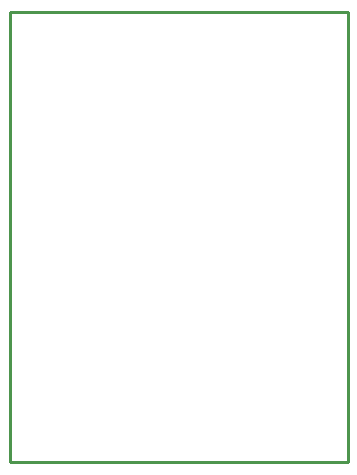
<source format=gbr>
G04 start of page 4 for group 6 idx 6 *
G04 Title: (unknown), outline *
G04 Creator: pcb 4.2.2 *
G04 CreationDate: Mon Nov  6 18:02:03 2023 UTC *
G04 For: thomasc *
G04 Format: Gerber/RS-274X *
G04 PCB-Dimensions (mil): 1125.00 1500.00 *
G04 PCB-Coordinate-Origin: lower left *
%MOIN*%
%FSLAX25Y25*%
%LNOUTLINE*%
%ADD29C,0.0100*%
G54D29*X0Y150000D02*Y0D01*
X112500D01*
Y150000D01*
X0D01*
M02*

</source>
